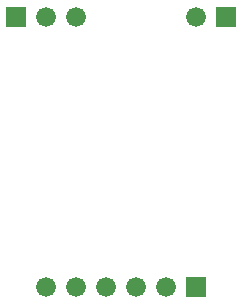
<source format=gbr>
G04 start of page 7 for group -4062 idx -4062 *
G04 Title: (unknown), soldermask *
G04 Creator: pcb 20110918 *
G04 CreationDate: Thu Aug 15 17:13:27 2013 UTC *
G04 For: mokus *
G04 Format: Gerber/RS-274X *
G04 PCB-Dimensions: 80000 100000 *
G04 PCB-Coordinate-Origin: lower left *
%MOIN*%
%FSLAX25Y25*%
%LNBOTTOMMASK*%
%ADD57C,0.0660*%
%ADD56C,0.0001*%
G54D56*G36*
X61700Y8300D02*Y1700D01*
X68300D01*
Y8300D01*
X61700D01*
G37*
G54D57*X55000Y5000D03*
X45000D03*
X35000D03*
G54D56*G36*
X1700Y98300D02*Y91700D01*
X8300D01*
Y98300D01*
X1700D01*
G37*
G54D57*X15000Y95000D03*
X25000D03*
G54D56*G36*
X71700Y98300D02*Y91700D01*
X78300D01*
Y98300D01*
X71700D01*
G37*
G54D57*X65000Y95000D03*
X25000Y5000D03*
X15000D03*
M02*

</source>
